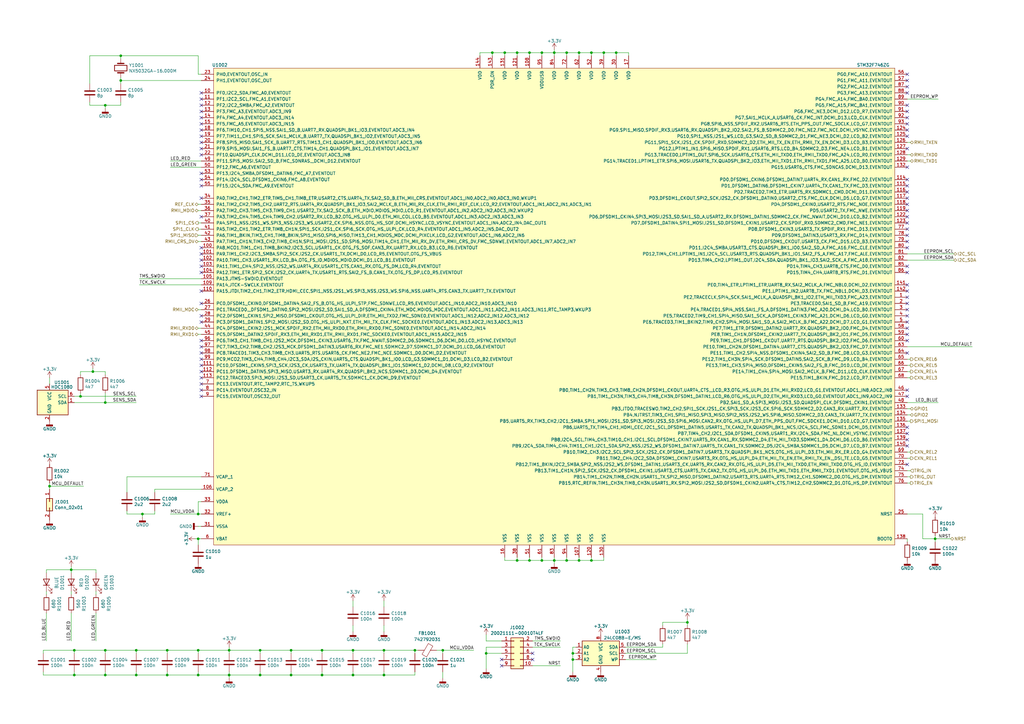
<source format=kicad_sch>
(kicad_sch (version 20230121) (generator eeschema)
  (paper "A3")
  (title_block (date "2023-07-12") (rev "1.1"))
  (junction (at 157.48 276.86))
  (junction (at 217.17 21.59))
  (junction (at 199.39 267.97))
  (junction (at 55.88 266.7))
  (junction (at 212.09 229.87))
  (junction (at 237.49 229.87))
  (junction (at 242.57 21.59))
  (junction (at 132.08 276.86))
  (junction (at 43.18 165.1))
  (junction (at 43.18 276.86))
  (junction (at 222.25 229.87))
  (junction (at 232.41 229.87))
  (junction (at 234.95 270.51))
  (junction (at 132.08 266.7))
  (junction (at 237.49 21.59))
  (junction (at 242.57 229.87))
  (junction (at 227.33 21.59))
  (junction (at 43.18 266.7))
  (junction (at 252.73 21.59))
  (junction (at 43.18 43.18))
  (junction (at 207.01 21.59))
  (junction (at 20.32 199.39))
  (junction (at 81.28 210.82))
  (junction (at 81.28 276.86))
  (junction (at 68.58 276.86))
  (junction (at 119.38 276.86))
  (junction (at 81.28 266.7))
  (junction (at 247.65 21.59))
  (junction (at 383.54 220.98))
  (junction (at 119.38 266.7))
  (junction (at 33.02 162.56))
  (junction (at 81.28 220.98))
  (junction (at 227.33 229.87))
  (junction (at 222.25 21.59))
  (junction (at 55.88 276.86))
  (junction (at 170.18 266.7))
  (junction (at 181.61 266.7))
  (junction (at 144.78 276.86))
  (junction (at 38.1 152.4))
  (junction (at 217.17 229.87))
  (junction (at 58.42 210.82))
  (junction (at 201.93 21.59))
  (junction (at 93.98 276.86))
  (junction (at 157.48 266.7))
  (junction (at 30.48 266.7))
  (junction (at 29.21 233.68))
  (junction (at 144.78 266.7))
  (junction (at 68.58 266.7))
  (junction (at 232.41 21.59))
  (junction (at 93.98 266.7))
  (junction (at 106.68 276.86))
  (junction (at 212.09 21.59))
  (junction (at 106.68 266.7))
  (junction (at 49.53 33.02))
  (junction (at 234.95 267.97))
  (junction (at 30.48 276.86))
  (junction (at 49.53 22.86))
  (junction (at 281.94 255.27))
  (no_connect (at 372.11 124.46))
  (no_connect (at 82.55 60.96))
  (no_connect (at 82.55 149.86))
  (no_connect (at 218.44 267.97))
  (no_connect (at 372.11 139.7))
  (no_connect (at 82.55 147.32))
  (no_connect (at 82.55 58.42))
  (no_connect (at 82.55 63.5))
  (no_connect (at 372.11 88.9))
  (no_connect (at 372.11 86.36))
  (no_connect (at 372.11 83.82))
  (no_connect (at 372.11 81.28))
  (no_connect (at 372.11 50.8))
  (no_connect (at 372.11 127))
  (no_connect (at 82.55 71.12))
  (no_connect (at 82.55 55.88))
  (no_connect (at 372.11 38.1))
  (no_connect (at 372.11 91.44))
  (no_connect (at 372.11 55.88))
  (no_connect (at 372.11 53.34))
  (no_connect (at 372.11 134.62))
  (no_connect (at 82.55 53.34))
  (no_connect (at 372.11 43.18))
  (no_connect (at 82.55 154.94))
  (no_connect (at 82.55 119.38))
  (no_connect (at 82.55 160.02))
  (no_connect (at 82.55 88.9))
  (no_connect (at 372.11 78.74))
  (no_connect (at 372.11 190.5))
  (no_connect (at 372.11 144.78))
  (no_connect (at 82.55 43.18))
  (no_connect (at 372.11 30.48))
  (no_connect (at 82.55 50.8))
  (no_connect (at 82.55 45.72))
  (no_connect (at 82.55 48.26))
  (no_connect (at 82.55 104.14))
  (no_connect (at 82.55 106.68))
  (no_connect (at 82.55 124.46))
  (no_connect (at 82.55 129.54))
  (no_connect (at 82.55 132.08))
  (no_connect (at 82.55 139.7))
  (no_connect (at 82.55 142.24))
  (no_connect (at 372.11 101.6))
  (no_connect (at 218.44 270.51))
  (no_connect (at 372.11 137.16))
  (no_connect (at 82.55 40.64))
  (no_connect (at 372.11 33.02))
  (no_connect (at 372.11 111.76))
  (no_connect (at 372.11 96.52))
  (no_connect (at 372.11 48.26))
  (no_connect (at 372.11 60.96))
  (no_connect (at 372.11 35.56))
  (no_connect (at 372.11 68.58))
  (no_connect (at 372.11 162.56))
  (no_connect (at 372.11 175.26))
  (no_connect (at 372.11 177.8))
  (no_connect (at 372.11 180.34))
  (no_connect (at 372.11 182.88))
  (no_connect (at 372.11 93.98))
  (no_connect (at 372.11 119.38))
  (no_connect (at 372.11 116.84))
  (no_connect (at 372.11 73.66))
  (no_connect (at 82.55 101.6))
  (no_connect (at 372.11 76.2))
  (no_connect (at 82.55 152.4))
  (no_connect (at 372.11 121.92))
  (no_connect (at 372.11 132.08))
  (no_connect (at 372.11 129.54))
  (no_connect (at 205.74 270.51))
  (no_connect (at 372.11 109.22))
  (no_connect (at 82.55 111.76))
  (no_connect (at 372.11 99.06))
  (no_connect (at 372.11 160.02))
  (no_connect (at 372.11 45.72))
  (no_connect (at 82.55 38.1))
  (no_connect (at 82.55 144.78))
  (no_connect (at 82.55 162.56))
  (no_connect (at 82.55 157.48))
  (no_connect (at 82.55 81.28))
  (no_connect (at 82.55 73.66))
  (no_connect (at 82.55 76.2))
  (no_connect (at 205.74 273.05))
  (no_connect (at 82.55 109.22))
  (wire (pts (xy 20.32 199.39) (xy 34.29 199.39)))
  (wire (pts (xy 234.95 267.97) (xy 234.95 270.51)))
  (wire (pts (xy 236.22 265.43) (xy 234.95 265.43)))
  (wire (pts (xy 82.55 200.66) (xy 63.5 200.66)))
  (wire (pts (xy 227.33 229.87) (xy 227.33 231.14)))
  (wire (pts (xy 236.22 267.97) (xy 234.95 267.97)))
  (wire (pts (xy 373.38 63.5) (xy 372.11 63.5)))
  (wire (pts (xy 68.58 267.97) (xy 68.58 266.7)))
  (wire (pts (xy 82.55 33.02) (xy 49.53 33.02)))
  (wire (pts (xy 19.05 251.46) (xy 19.05 262.89)))
  (wire (pts (xy 68.58 266.7) (xy 81.28 266.7)))
  (wire (pts (xy 82.55 127) (xy 81.28 127)))
  (wire (pts (xy 81.28 205.74) (xy 82.55 205.74)))
  (wire (pts (xy 237.49 22.86) (xy 237.49 21.59)))
  (wire (pts (xy 281.94 267.97) (xy 281.94 264.16)))
  (wire (pts (xy 30.48 162.56) (xy 33.02 162.56)))
  (wire (pts (xy 63.5 200.66) (xy 63.5 201.93)))
  (wire (pts (xy 227.33 228.6) (xy 227.33 229.87)))
  (wire (pts (xy 222.25 21.59) (xy 227.33 21.59)))
  (wire (pts (xy 144.78 248.92) (xy 144.78 246.38)))
  (wire (pts (xy 93.98 266.7) (xy 106.68 266.7)))
  (wire (pts (xy 372.11 165.1) (xy 384.81 165.1)))
  (wire (pts (xy 217.17 228.6) (xy 217.17 229.87)))
  (wire (pts (xy 33.02 162.56) (xy 33.02 161.29)))
  (wire (pts (xy 196.85 21.59) (xy 201.93 21.59)))
  (wire (pts (xy 43.18 165.1) (xy 43.18 161.29)))
  (wire (pts (xy 378.46 220.98) (xy 378.46 210.82)))
  (wire (pts (xy 234.95 270.51) (xy 236.22 270.51)))
  (wire (pts (xy 19.05 234.95) (xy 19.05 233.68)))
  (wire (pts (xy 43.18 275.59) (xy 43.18 276.86)))
  (wire (pts (xy 373.38 152.4) (xy 372.11 152.4)))
  (wire (pts (xy 372.11 154.94) (xy 373.38 154.94)))
  (wire (pts (xy 33.02 153.67) (xy 33.02 152.4)))
  (wire (pts (xy 29.21 233.68) (xy 39.37 233.68)))
  (wire (pts (xy 232.41 22.86) (xy 232.41 21.59)))
  (wire (pts (xy 30.48 267.97) (xy 30.48 266.7)))
  (wire (pts (xy 80.01 220.98) (xy 81.28 220.98)))
  (wire (pts (xy 81.28 22.86) (xy 81.28 30.48)))
  (wire (pts (xy 82.55 137.16) (xy 81.28 137.16)))
  (wire (pts (xy 157.48 259.08) (xy 157.48 256.54)))
  (wire (pts (xy 82.55 134.62) (xy 81.28 134.62)))
  (wire (pts (xy 81.28 22.86) (xy 49.53 22.86)))
  (wire (pts (xy 82.55 86.36) (xy 81.28 86.36)))
  (wire (pts (xy 36.83 43.18) (xy 43.18 43.18)))
  (wire (pts (xy 20.32 154.94) (xy 20.32 157.48)))
  (wire (pts (xy 372.11 170.18) (xy 373.38 170.18)))
  (wire (pts (xy 58.42 210.82) (xy 63.5 210.82)))
  (wire (pts (xy 247.65 22.86) (xy 247.65 21.59)))
  (wire (pts (xy 212.09 229.87) (xy 217.17 229.87)))
  (wire (pts (xy 82.55 99.06) (xy 81.28 99.06)))
  (wire (pts (xy 372.11 167.64) (xy 373.38 167.64)))
  (wire (pts (xy 247.65 21.59) (xy 252.73 21.59)))
  (wire (pts (xy 17.78 266.7) (xy 30.48 266.7)))
  (wire (pts (xy 58.42 212.09) (xy 58.42 210.82)))
  (wire (pts (xy 227.33 20.32) (xy 227.33 21.59)))
  (wire (pts (xy 81.28 267.97) (xy 81.28 266.7)))
  (wire (pts (xy 81.28 96.52) (xy 82.55 96.52)))
  (wire (pts (xy 242.57 228.6) (xy 242.57 229.87)))
  (wire (pts (xy 43.18 276.86) (xy 55.88 276.86)))
  (wire (pts (xy 30.48 276.86) (xy 43.18 276.86)))
  (wire (pts (xy 81.28 30.48) (xy 82.55 30.48)))
  (wire (pts (xy 132.08 275.59) (xy 132.08 276.86)))
  (wire (pts (xy 372.11 106.68) (xy 391.16 106.68)))
  (wire (pts (xy 39.37 242.57) (xy 39.37 243.84)))
  (wire (pts (xy 49.53 31.75) (xy 49.53 33.02)))
  (wire (pts (xy 222.25 228.6) (xy 222.25 229.87)))
  (wire (pts (xy 242.57 229.87) (xy 247.65 229.87)))
  (wire (pts (xy 81.28 220.98) (xy 82.55 220.98)))
  (wire (pts (xy 49.53 43.18) (xy 49.53 41.91)))
  (wire (pts (xy 199.39 267.97) (xy 199.39 265.43)))
  (wire (pts (xy 196.85 22.86) (xy 196.85 21.59)))
  (wire (pts (xy 52.07 210.82) (xy 58.42 210.82)))
  (wire (pts (xy 39.37 251.46) (xy 39.37 262.89)))
  (wire (pts (xy 212.09 22.86) (xy 212.09 21.59)))
  (wire (pts (xy 81.28 275.59) (xy 81.28 276.86)))
  (wire (pts (xy 29.21 251.46) (xy 29.21 262.89)))
  (wire (pts (xy 49.53 33.02) (xy 49.53 34.29)))
  (wire (pts (xy 232.41 229.87) (xy 237.49 229.87)))
  (wire (pts (xy 372.11 142.24) (xy 398.78 142.24)))
  (wire (pts (xy 217.17 22.86) (xy 217.17 21.59)))
  (wire (pts (xy 43.18 267.97) (xy 43.18 266.7)))
  (wire (pts (xy 170.18 266.7) (xy 171.45 266.7)))
  (wire (pts (xy 271.78 256.54) (xy 271.78 255.27)))
  (wire (pts (xy 52.07 195.58) (xy 82.55 195.58)))
  (wire (pts (xy 242.57 21.59) (xy 247.65 21.59)))
  (wire (pts (xy 383.54 220.98) (xy 378.46 220.98)))
  (wire (pts (xy 199.39 260.35) (xy 199.39 262.89)))
  (wire (pts (xy 170.18 266.7) (xy 157.48 266.7)))
  (wire (pts (xy 33.02 152.4) (xy 38.1 152.4)))
  (wire (pts (xy 81.28 276.86) (xy 93.98 276.86)))
  (wire (pts (xy 212.09 228.6) (xy 212.09 229.87)))
  (wire (pts (xy 372.11 149.86) (xy 373.38 149.86)))
  (wire (pts (xy 119.38 267.97) (xy 119.38 266.7)))
  (wire (pts (xy 81.28 93.98) (xy 82.55 93.98)))
  (wire (pts (xy 106.68 266.7) (xy 119.38 266.7)))
  (wire (pts (xy 17.78 276.86) (xy 30.48 276.86)))
  (wire (pts (xy 144.78 275.59) (xy 144.78 276.86)))
  (wire (pts (xy 372.11 104.14) (xy 391.16 104.14)))
  (wire (pts (xy 242.57 22.86) (xy 242.57 21.59)))
  (wire (pts (xy 63.5 210.82) (xy 63.5 209.55)))
  (wire (pts (xy 30.48 275.59) (xy 30.48 276.86)))
  (wire (pts (xy 43.18 165.1) (xy 55.88 165.1)))
  (wire (pts (xy 207.01 21.59) (xy 212.09 21.59)))
  (wire (pts (xy 372.11 147.32) (xy 373.38 147.32)))
  (wire (pts (xy 144.78 276.86) (xy 157.48 276.86)))
  (wire (pts (xy 119.38 276.86) (xy 132.08 276.86)))
  (wire (pts (xy 227.33 21.59) (xy 232.41 21.59)))
  (wire (pts (xy 157.48 248.92) (xy 157.48 246.38)))
  (wire (pts (xy 29.21 242.57) (xy 29.21 243.84)))
  (wire (pts (xy 383.54 220.98) (xy 383.54 222.25)))
  (wire (pts (xy 119.38 266.7) (xy 132.08 266.7)))
  (wire (pts (xy 119.38 275.59) (xy 119.38 276.86)))
  (wire (pts (xy 256.54 267.97) (xy 281.94 267.97)))
  (wire (pts (xy 157.48 266.7) (xy 157.48 267.97)))
  (wire (pts (xy 43.18 43.18) (xy 49.53 43.18)))
  (wire (pts (xy 252.73 22.86) (xy 252.73 21.59)))
  (wire (pts (xy 234.95 265.43) (xy 234.95 267.97)))
  (wire (pts (xy 256.54 265.43) (xy 271.78 265.43)))
  (wire (pts (xy 217.17 229.87) (xy 222.25 229.87)))
  (wire (pts (xy 218.44 262.89) (xy 229.87 262.89)))
  (wire (pts (xy 181.61 266.7) (xy 194.31 266.7)))
  (wire (pts (xy 93.98 275.59) (xy 93.98 276.86)))
  (wire (pts (xy 157.48 276.86) (xy 170.18 276.86)))
  (wire (pts (xy 199.39 274.32) (xy 199.39 267.97)))
  (wire (pts (xy 281.94 254) (xy 281.94 255.27)))
  (wire (pts (xy 106.68 276.86) (xy 119.38 276.86)))
  (wire (pts (xy 132.08 266.7) (xy 144.78 266.7)))
  (wire (pts (xy 199.39 265.43) (xy 205.74 265.43)))
  (wire (pts (xy 212.09 21.59) (xy 217.17 21.59)))
  (wire (pts (xy 207.01 229.87) (xy 212.09 229.87)))
  (wire (pts (xy 157.48 276.86) (xy 157.48 275.59)))
  (wire (pts (xy 201.93 22.86) (xy 201.93 21.59)))
  (wire (pts (xy 55.88 276.86) (xy 68.58 276.86)))
  (wire (pts (xy 222.25 229.87) (xy 227.33 229.87)))
  (wire (pts (xy 43.18 44.45) (xy 43.18 43.18)))
  (wire (pts (xy 30.48 165.1) (xy 43.18 165.1)))
  (wire (pts (xy 20.32 200.66) (xy 20.32 199.39)))
  (wire (pts (xy 373.38 187.96) (xy 372.11 187.96)))
  (wire (pts (xy 372.11 222.25) (xy 372.11 220.98)))
  (wire (pts (xy 207.01 22.86) (xy 207.01 21.59)))
  (wire (pts (xy 68.58 276.86) (xy 81.28 276.86)))
  (wire (pts (xy 43.18 266.7) (xy 55.88 266.7)))
  (wire (pts (xy 55.88 267.97) (xy 55.88 266.7)))
  (wire (pts (xy 20.32 199.39) (xy 20.32 198.12)))
  (wire (pts (xy 69.85 210.82) (xy 81.28 210.82)))
  (wire (pts (xy 271.78 265.43) (xy 271.78 264.16)))
  (wire (pts (xy 19.05 243.84) (xy 19.05 242.57)))
  (wire (pts (xy 372.11 193.04) (xy 373.38 193.04)))
  (wire (pts (xy 281.94 255.27) (xy 281.94 256.54)))
  (wire (pts (xy 144.78 259.08) (xy 144.78 256.54)))
  (wire (pts (xy 81.28 215.9) (xy 82.55 215.9)))
  (wire (pts (xy 81.28 223.52) (xy 81.28 220.98)))
  (wire (pts (xy 373.38 185.42) (xy 372.11 185.42)))
  (wire (pts (xy 106.68 267.97) (xy 106.68 266.7)))
  (wire (pts (xy 217.17 21.59) (xy 222.25 21.59)))
  (wire (pts (xy 49.53 22.86) (xy 36.83 22.86)))
  (wire (pts (xy 36.83 22.86) (xy 36.83 34.29)))
  (wire (pts (xy 181.61 266.7) (xy 181.61 267.97)))
  (wire (pts (xy 93.98 266.7) (xy 93.98 265.43)))
  (wire (pts (xy 52.07 209.55) (xy 52.07 210.82)))
  (wire (pts (xy 372.11 58.42) (xy 373.38 58.42)))
  (wire (pts (xy 57.15 114.3) (xy 82.55 114.3)))
  (wire (pts (xy 82.55 116.84) (xy 57.15 116.84)))
  (wire (pts (xy 256.54 270.51) (xy 269.24 270.51)))
  (wire (pts (xy 252.73 21.59) (xy 257.81 21.59)))
  (wire (pts (xy 43.18 152.4) (xy 43.18 153.67)))
  (wire (pts (xy 68.58 275.59) (xy 68.58 276.86)))
  (wire (pts (xy 181.61 278.13) (xy 181.61 275.59)))
  (wire (pts (xy 82.55 68.58) (xy 69.85 68.58)))
  (wire (pts (xy 52.07 195.58) (xy 52.07 201.93)))
  (wire (pts (xy 55.88 266.7) (xy 68.58 266.7)))
  (wire (pts (xy 205.74 267.97) (xy 199.39 267.97)))
  (wire (pts (xy 29.21 232.41) (xy 29.21 233.68)))
  (wire (pts (xy 237.49 21.59) (xy 242.57 21.59)))
  (wire (pts (xy 181.61 266.7) (xy 179.07 266.7)))
  (wire (pts (xy 106.68 275.59) (xy 106.68 276.86)))
  (wire (pts (xy 207.01 228.6) (xy 207.01 229.87)))
  (wire (pts (xy 237.49 228.6) (xy 237.49 229.87)))
  (wire (pts (xy 33.02 162.56) (xy 55.88 162.56)))
  (wire (pts (xy 93.98 278.13) (xy 93.98 276.86)))
  (wire (pts (xy 389.89 220.98) (xy 383.54 220.98)))
  (wire (pts (xy 49.53 24.13) (xy 49.53 22.86)))
  (wire (pts (xy 201.93 21.59) (xy 207.01 21.59)))
  (wire (pts (xy 132.08 267.97) (xy 132.08 266.7)))
  (wire (pts (xy 17.78 275.59) (xy 17.78 276.86)))
  (wire (pts (xy 218.44 265.43) (xy 229.87 265.43)))
  (wire (pts (xy 38.1 151.13) (xy 38.1 152.4)))
  (wire (pts (xy 132.08 276.86) (xy 144.78 276.86)))
  (wire (pts (xy 29.21 233.68) (xy 29.21 234.95)))
  (wire (pts (xy 372.11 172.72) (xy 373.38 172.72)))
  (wire (pts (xy 199.39 262.89) (xy 205.74 262.89)))
  (wire (pts (xy 36.83 41.91) (xy 36.83 43.18)))
  (wire (pts (xy 218.44 273.05) (xy 229.87 273.05)))
  (wire (pts (xy 378.46 210.82) (xy 372.11 210.82)))
  (wire (pts (xy 222.25 22.86) (xy 222.25 21.59)))
  (wire (pts (xy 232.41 21.59) (xy 237.49 21.59)))
  (wire (pts (xy 372.11 40.64) (xy 384.81 40.64)))
  (wire (pts (xy 170.18 267.97) (xy 170.18 266.7)))
  (wire (pts (xy 82.55 66.04) (xy 69.85 66.04)))
  (wire (pts (xy 19.05 233.68) (xy 29.21 233.68)))
  (wire (pts (xy 82.55 210.82) (xy 81.28 210.82)))
  (wire (pts (xy 81.28 210.82) (xy 81.28 205.74)))
  (wire (pts (xy 227.33 22.86) (xy 227.33 21.59)))
  (wire (pts (xy 30.48 266.7) (xy 43.18 266.7)))
  (wire (pts (xy 227.33 229.87) (xy 232.41 229.87)))
  (wire (pts (xy 82.55 83.82) (xy 81.28 83.82)))
  (wire (pts (xy 234.95 275.59) (xy 234.95 270.51)))
  (wire (pts (xy 93.98 267.97) (xy 93.98 266.7)))
  (wire (pts (xy 81.28 266.7) (xy 93.98 266.7)))
  (wire (pts (xy 144.78 266.7) (xy 157.48 266.7)))
  (wire (pts (xy 144.78 267.97) (xy 144.78 266.7)))
  (wire (pts (xy 81.28 91.44) (xy 82.55 91.44)))
  (wire (pts (xy 39.37 233.68) (xy 39.37 234.95)))
  (wire (pts (xy 170.18 276.86) (xy 170.18 275.59)))
  (wire (pts (xy 383.54 219.71) (xy 383.54 220.98)))
  (wire (pts (xy 372.11 195.58) (xy 373.38 195.58)))
  (wire (pts (xy 372.11 198.12) (xy 373.38 198.12)))
  (wire (pts (xy 232.41 228.6) (xy 232.41 229.87)))
  (wire (pts (xy 271.78 255.27) (xy 281.94 255.27)))
  (wire (pts (xy 237.49 229.87) (xy 242.57 229.87)))
  (wire (pts (xy 247.65 229.87) (xy 247.65 228.6)))
  (wire (pts (xy 38.1 152.4) (xy 43.18 152.4)))
  (wire (pts (xy 257.81 21.59) (xy 257.81 22.86)))
  (wire (pts (xy 17.78 267.97) (xy 17.78 266.7)))
  (wire (pts (xy 93.98 276.86) (xy 106.68 276.86)))
  (wire (pts (xy 372.11 66.04) (xy 373.38 66.04)))
  (wire (pts (xy 55.88 275.59) (xy 55.88 276.86)))
  (label "LED_RED" (at 29.21 262.89 90))
  (label "MCU_DEFAULT" (at 34.29 199.39 180))
  (label "MCU_VDDA" (at 69.85 210.82 0))
  (label "NRST" (at 389.89 220.98 180))
  (label "TCK_SWCLK" (at 57.15 116.84 0))
  (label "LED_RED" (at 69.85 66.04 0))
  (label "MCU_VDDA" (at 194.31 266.7 180))
  (label "NRST" (at 229.87 273.05 180))
  (label "TCK_SWCLK" (at 229.87 265.43 180))
  (label "MCU_DEFAULT" (at 398.78 142.24 180))
  (label "LED_BLUE" (at 19.05 262.89 90))
  (label "EEPROM_WP" (at 384.81 40.64 180))
  (label "LED_BLUE" (at 384.81 165.1 180))
  (label "EEPROM_SCL" (at 269.24 267.97 180))
  (label "EEPROM_SCL" (at 391.16 104.14 180))
  (label "EEPROM_WP" (at 269.24 270.51 180))
  (label "LED_GREEN" (at 39.37 262.89 90))
  (label "TMS_SWDIO" (at 229.87 262.89 180))
  (label "EEPROM_SDA" (at 269.24 265.43 180))
  (label "TMS_SWDIO" (at 57.15 114.3 0))
  (label "SENS_SCL" (at 55.88 162.56 180))
  (label "LED_GREEN" (at 69.85 68.58 0))
  (label "SENS_SDA" (at 55.88 165.1 180))
  (label "EEPROM_SDA" (at 391.16 106.68 180))
  (hierarchical_label "I2C_SDA" (shape bidirectional) (at 391.16 106.68 0))
  (hierarchical_label "RMII_MDIO" (shape bidirectional) (at 81.28 86.36 180))
  (hierarchical_label "RMII_TXD1" (shape bidirectional) (at 373.38 66.04 0))
  (hierarchical_label "GPIO2" (shape bidirectional) (at 373.38 170.18 0))
  (hierarchical_label "TRIG_IN" (shape input) (at 373.38 193.04 0))
  (hierarchical_label "RMII_RXD0" (shape bidirectional) (at 81.28 134.62 180))
  (hierarchical_label "SPI1_MISO" (shape input) (at 81.28 96.52 180))
  (hierarchical_label "CXN_REL2" (shape output) (at 373.38 185.42 0))
  (hierarchical_label "CXN_REL1" (shape output) (at 373.38 187.96 0))
  (hierarchical_label "SPI1_CS" (shape output) (at 81.28 91.44 180))
  (hierarchical_label "NRST" (shape bidirectional) (at 389.89 220.98 0))
  (hierarchical_label "SPI1_CLK" (shape output) (at 81.28 93.98 180))
  (hierarchical_label "CXN_REL5" (shape output) (at 373.38 149.86 0))
  (hierarchical_label "CXN_REL4" (shape output) (at 373.38 152.4 0))
  (hierarchical_label "REF_CLK" (shape bidirectional) (at 81.28 83.82 180))
  (hierarchical_label "RMII_MDC" (shape bidirectional) (at 81.28 127 180))
  (hierarchical_label "RMII_RXD1" (shape bidirectional) (at 81.28 137.16 180))
  (hierarchical_label "TRIG_EN" (shape output) (at 373.38 198.12 0))
  (hierarchical_label "TRIG_OUT" (shape output) (at 373.38 195.58 0))
  (hierarchical_label "GPIO1" (shape bidirectional) (at 373.38 167.64 0))
  (hierarchical_label "RMII_CRS_DV" (shape bidirectional) (at 81.28 99.06 180))
  (hierarchical_label "CXN_REL6" (shape output) (at 373.38 147.32 0))
  (hierarchical_label "CXN_REL3" (shape output) (at 373.38 154.94 0))
  (hierarchical_label "RMII_TXEN" (shape bidirectional) (at 373.38 58.42 0))
  (hierarchical_label "I2C_SCL" (shape bidirectional) (at 391.16 104.14 0))
  (hierarchical_label "RMII_TXD0" (shape bidirectional) (at 373.38 63.5 0))
  (hierarchical_label "SPI1_MOSI" (shape output) (at 373.38 172.72 0))
  (symbol (lib_id "Device:R") (at 39.37 247.65 180) (unit 1)
    (property "Reference" "R1005" (at 44.6278 247.65 90))
    (property "Value" "680" (at 42.3164 247.65 90))
    (property "Footprint" "Resistor_SMD:R_0603_1608Metric_Pad0.98x0.95mm_HandSolder" (effects hide))
    (instances (project "ETH1CSMU2" (path "" (reference "R1005") (unit 1))) (project "ETH1CFGEN1A" (path "" (reference "R205") (unit 1))))
  )
  (symbol (lib_id "power:GNDD") (at 43.18 44.45 0) (unit 1)
    (property "Reference" "#PWR01007" (effects hide))
    (property "Value" "GNDD" (at 43.18 47.625 0))
    (instances (project "ETH1CSMU2" (path "" (reference "#PWR01007") (unit 1))) (project "ETH1CFGEN1A" (path "" (reference "#PWR0207") (unit 1))))
  )
  (symbol (lib_id "Device:C") (at 36.83 38.1 0) (unit 1)
    (property "Reference" "C1003" (at 39.751 36.9316 0) (effects (justify left)))
    (property "Value" "8p" (at 39.751 39.243 0) (effects (justify left)))
    (property "Footprint" "Capacitor_SMD:C_0603_1608Metric_Pad1.08x0.95mm_HandSolder" (effects hide))
    (instances (project "ETH1CSMU2" (path "" (reference "C1003") (unit 1))) (project "ETH1CFGEN1A" (path "" (reference "C203") (unit 1))))
  )
  (symbol (lib_id "Device:C") (at 49.53 38.1 0) (unit 1)
    (property "Reference" "C1005" (at 52.451 36.9316 0) (effects (justify left)))
    (property "Value" "8p" (at 52.451 39.243 0) (effects (justify left)))
    (property "Footprint" "Capacitor_SMD:C_0603_1608Metric_Pad1.08x0.95mm_HandSolder" (effects hide))
    (instances (project "ETH1CSMU2" (path "" (reference "C1005") (unit 1))) (project "ETH1CFGEN1A" (path "" (reference "C205") (unit 1))))
  )
  (symbol (lib_id "Device:C") (at 119.38 271.78 0) (unit 1)
    (property "Reference" "C1014" (at 122.301 270.6116 0) (effects (justify left)))
    (property "Value" "100n" (at 122.301 272.923 0) (effects (justify left)))
    (property "Footprint" "Capacitor_SMD:C_0603_1608Metric_Pad1.08x0.95mm_HandSolder" (effects hide))
    (instances (project "ETH1CSMU2" (path "" (reference "C1014") (unit 1))) (project "ETH1CFGEN1A" (path "" (reference "C214") (unit 1))))
  )
  (symbol (lib_id "Device:R") (at 19.05 247.65 180) (unit 1)
    (property "Reference" "R1001" (at 24.3078 247.65 90))
    (property "Value" "680" (at 21.9964 247.65 90))
    (property "Footprint" "Resistor_SMD:R_0603_1608Metric_Pad0.98x0.95mm_HandSolder" (effects hide))
    (instances (project "ETH1CSMU2" (path "" (reference "R1001") (unit 1))) (project "ETH1CFGEN1A" (path "" (reference "R201") (unit 1))))
  )
  (symbol (lib_id "power:GNDD") (at 227.33 231.14 0) (unit 1)
    (property "Reference" "#PWR01022" (effects hide))
    (property "Value" "GNDD" (at 227.33 234.315 0))
    (instances (project "ETH1CSMU2" (path "" (reference "#PWR01022") (unit 1))) (project "ETH1CFGEN1A" (path "" (reference "#PWR0222") (unit 1))))
  )
  (symbol (lib_id "power:+3.3V") (at 227.33 20.32 0) (unit 1)
    (property "Reference" "#PWR01021" (effects hide))
    (property "Value" "+3.3V" (at 227.33 16.764 0))
    (instances (project "ETH1CSMU2" (path "" (reference "#PWR01021") (unit 1))) (project "ETH1CFGEN1A" (path "" (reference "#PWR0221") (unit 1))))
  )
  (symbol (lib_id "Device:C") (at 144.78 271.78 0) (unit 1)
    (property "Reference" "C1017" (at 147.701 270.6116 0) (effects (justify left)))
    (property "Value" "100n" (at 147.701 272.923 0) (effects (justify left)))
    (property "Footprint" "Capacitor_SMD:C_0603_1608Metric_Pad1.08x0.95mm_HandSolder" (effects hide))
    (instances (project "ETH1CSMU2" (path "" (reference "C1017") (unit 1))) (project "ETH1CFGEN1A" (path "" (reference "C217") (unit 1))))
  )
  (symbol (lib_id "Device:R") (at 43.18 157.48 0) (unit 1)
    (property "Reference" "R1006" (at 44.958 156.3116 0) (effects (justify left)))
    (property "Value" "4k7" (at 44.958 158.623 0) (effects (justify left)))
    (property "Footprint" "Resistor_SMD:R_0603_1608Metric_Pad0.98x0.95mm_HandSolder" (effects hide))
    (instances (project "ETH1CSMU2" (path "" (reference "R1006") (unit 1))) (project "ETH1CFGEN1A" (path "" (reference "R206") (unit 1))))
  )
  (symbol (lib_id "power:+3.3V") (at 246.38 260.35 0) (unit 1)
    (property "Reference" "#PWR01024" (effects hide))
    (property "Value" "+3.3V" (at 246.38 256.794 0))
    (instances (project "ETH1CSMU2" (path "" (reference "#PWR01024") (unit 1))) (project "ETH1CFGEN1A" (path "" (reference "#PWR0224") (unit 1))))
  )
  (symbol (lib_id "power:+3.3V") (at 281.94 254 0) (unit 1)
    (property "Reference" "#PWR01026" (effects hide))
    (property "Value" "+3.3V" (at 281.94 250.444 0))
    (instances (project "ETH1CSMU2" (path "" (reference "#PWR01026") (unit 1))) (project "ETH1CFGEN1A" (path "" (reference "#PWR0226") (unit 1))))
  )
  (symbol (lib_id "power:GNDD") (at 81.28 215.9 270) (unit 1)
    (property "Reference" "#PWR01010" (effects hide))
    (property "Value" "GNDD" (at 76.2 215.9 90))
    (instances (project "ETH1CSMU2" (path "" (reference "#PWR01010") (unit 1))) (project "ETH1CFGEN1A" (path "" (reference "#PWR0210") (unit 1))))
  )
  (symbol (lib_id "Device:C") (at 30.48 271.78 0) (unit 1)
    (property "Reference" "C1002" (at 33.401 270.6116 0) (effects (justify left)))
    (property "Value" "100n" (at 33.401 272.923 0) (effects (justify left)))
    (property "Footprint" "Capacitor_SMD:C_0603_1608Metric_Pad1.08x0.95mm_HandSolder" (effects hide))
    (instances (project "ETH1CSMU2" (path "" (reference "C1002") (unit 1))) (project "ETH1CFGEN1A" (path "" (reference "C202") (unit 1))))
  )
  (symbol (lib_id "Device:R") (at 281.94 260.35 0) (unit 1)
    (property "Reference" "R1008" (at 283.718 259.1816 0) (effects (justify left)))
    (property "Value" "4k7" (at 283.718 261.493 0) (effects (justify left)))
    (property "Footprint" "Resistor_SMD:R_0603_1608Metric_Pad0.98x0.95mm_HandSolder" (effects hide))
    (instances (project "ETH1CSMU2" (path "" (reference "R1008") (unit 1))) (project "ETH1CFGEN1A" (path "" (reference "R208") (unit 1))))
  )
  (symbol (lib_id "power:GNDD") (at 199.39 274.32 0) (unit 1)
    (property "Reference" "#PWR01020" (effects hide))
    (property "Value" "GNDD" (at 199.39 277.495 0))
    (instances (project "ETH1CSMU2" (path "" (reference "#PWR01020") (unit 1))) (project "ETH1CFGEN1A" (path "" (reference "#PWR0220") (unit 1))))
  )
  (symbol (lib_id "Device:C") (at 43.18 271.78 0) (unit 1)
    (property "Reference" "C1004" (at 46.101 270.6116 0) (effects (justify left)))
    (property "Value" "100n" (at 46.101 272.923 0) (effects (justify left)))
    (property "Footprint" "Capacitor_SMD:C_0603_1608Metric_Pad1.08x0.95mm_HandSolder" (effects hide))
    (instances (project "ETH1CSMU2" (path "" (reference "C1004") (unit 1))) (project "ETH1CFGEN1A" (path "" (reference "C204") (unit 1))))
  )
  (symbol (lib_id "power:GNDD") (at 93.98 278.13 0) (unit 1)
    (property "Reference" "#PWR01013" (effects hide))
    (property "Value" "GNDD" (at 93.98 281.305 0))
    (instances (project "ETH1CSMU2" (path "" (reference "#PWR01013") (unit 1))) (project "ETH1CFGEN1A" (path "" (reference "#PWR0213") (unit 1))))
  )
  (symbol (lib_id "power:+3.3V") (at 93.98 265.43 0) (unit 1)
    (property "Reference" "#PWR01012" (effects hide))
    (property "Value" "+3.3V" (at 93.98 261.874 0))
    (instances (project "ETH1CSMU2" (path "" (reference "#PWR01012") (unit 1))) (project "ETH1CFGEN1A" (path "" (reference "#PWR0212") (unit 1))))
  )
  (symbol (lib_id "power:GNDD") (at 383.54 229.87 0) (unit 1)
    (property "Reference" "#PWR01029" (effects hide))
    (property "Value" "GNDD" (at 383.54 233.045 0))
    (instances (project "ETH1CSMU2" (path "" (reference "#PWR01029") (unit 1))) (project "ETH1CFGEN1A" (path "" (reference "#PWR0229") (unit 1))))
  )
  (symbol (lib_id "Device:R") (at 372.11 226.06 0) (unit 1)
    (property "Reference" "R1009" (at 373.888 224.8916 0) (effects (justify left)))
    (property "Value" "10k" (at 373.888 227.203 0) (effects (justify left)))
    (property "Footprint" "Resistor_SMD:R_0603_1608Metric_Pad0.98x0.95mm_HandSolder" (effects hide))
    (instances (project "ETH1CSMU2" (path "" (reference "R1009") (unit 1))) (project "ETH1CFGEN1A" (path "" (reference "R209") (unit 1))))
  )
  (symbol (lib_id "Device:R") (at 271.78 260.35 0) (unit 1)
    (property "Reference" "R1007" (at 273.558 259.1816 0) (effects (justify left)))
    (property "Value" "4k7" (at 273.558 261.493 0) (effects (justify left)))
    (property "Footprint" "Resistor_SMD:R_0603_1608Metric_Pad0.98x0.95mm_HandSolder" (effects hide))
    (instances (project "ETH1CSMU2" (path "" (reference "R1007") (unit 1))) (project "ETH1CFGEN1A" (path "" (reference "R207") (unit 1))))
  )
  (symbol (lib_id "Device:Crystal") (at 49.53 27.94 270) (unit 1)
    (property "Reference" "Y1001" (at 52.8574 26.7716 90) (effects (justify left)))
    (property "Value" "NX5032GA-16.000M" (at 52.8574 29.083 90) (effects (justify left)))
    (instances (project "ETH1CSMU2" (path "" (reference "Y1001") (unit 1))) (project "ETH1CFGEN1A" (path "" (reference "Y201") (unit 1))))
  )
  (symbol (lib_id "power:GNDD") (at 20.32 213.36 0) (unit 1)
    (property "Reference" "#PWR01004" (effects hide))
    (property "Value" "GNDD" (at 20.32 216.535 0))
    (instances (project "ETH1CSMU2" (path "" (reference "#PWR01004") (unit 1))) (project "ETH1CFGEN1A" (path "" (reference "#PWR0204") (unit 1))))
  )
  (symbol (lib_id "Memory_EEPROM:24LC08") (at 246.38 267.97 0) (unit 1)
    (property "Reference" "U1003" (at 255.27 259.08 0))
    (property "Value" "24LC08B-E/MS" (at 255.27 261.62 0))
    (property "Datasheet" "http://ww1.microchip.com/downloads/en/DeviceDoc/21710J.pdf" (effects hide))
    (instances (project "ETH1CSMU2" (path "" (reference "U1003") (unit 1))) (project "ETH1CFGEN1A" (path "" (reference "U203") (unit 1))))
  )
  (symbol (lib_id "power:+3.3V") (at 20.32 190.5 0) (unit 1)
    (property "Reference" "#PWR01003" (effects hide))
    (property "Value" "+3.3V" (at 20.32 186.944 0))
    (instances (project "ETH1CSMU2" (path "" (reference "#PWR01003") (unit 1))) (project "ETH1CFGEN1A" (path "" (reference "#PWR0203") (unit 1))))
  )
  (symbol (lib_id "Device:C") (at 170.18 271.78 0) (unit 1)
    (property "Reference" "C1020" (at 173.101 270.6116 0) (effects (justify left)))
    (property "Value" "100n" (at 173.101 272.923 0) (effects (justify left)))
    (property "Footprint" "Capacitor_SMD:C_0603_1608Metric_Pad1.08x0.95mm_HandSolder" (effects hide))
    (instances (project "ETH1CSMU2" (path "" (reference "C1020") (unit 1))) (project "ETH1CFGEN1A" (path "" (reference "C220") (unit 1))))
  )
  (symbol (lib_id "power:+3.3V") (at 80.01 220.98 90) (unit 1)
    (property "Reference" "#PWR01009" (effects hide))
    (property "Value" "+3.3V" (at 76.454 220.98 0))
    (instances (project "ETH1CSMU2" (path "" (reference "#PWR01009") (unit 1))) (project "ETH1CFGEN1A" (path "" (reference "#PWR0209") (unit 1))))
  )
  (symbol (lib_id "Device:C") (at 157.48 271.78 0) (unit 1)
    (property "Reference" "C1019" (at 160.401 270.6116 0) (effects (justify left)))
    (property "Value" "100n" (at 160.401 272.923 0) (effects (justify left)))
    (property "Footprint" "Capacitor_SMD:C_0603_1608Metric_Pad1.08x0.95mm_HandSolder" (effects hide))
    (instances (project "ETH1CSMU2" (path "" (reference "C1019") (unit 1))) (project "ETH1CFGEN1A" (path "" (reference "C219") (unit 1))))
  )
  (symbol (lib_id "power:+3.3V") (at 38.1 151.13 0) (unit 1)
    (property "Reference" "#PWR01006" (effects hide))
    (property "Value" "+3.3V" (at 38.1 147.574 0))
    (instances (project "ETH1CSMU2" (path "" (reference "#PWR01006") (unit 1))) (project "ETH1CFGEN1A" (path "" (reference "#PWR0206") (unit 1))))
  )
  (symbol (lib_id "Device:C") (at 52.07 205.74 0) (unit 1)
    (property "Reference" "C1006" (at 54.991 204.5716 0) (effects (justify left)))
    (property "Value" "2u2" (at 54.991 206.883 0) (effects (justify left)))
    (instances (project "ETH1CSMU2" (path "" (reference "C1006") (unit 1))) (project "ETH1CFGEN1A" (path "" (reference "C206") (unit 1))))
  )
  (symbol (lib_id "Device:FerriteBead") (at 175.26 266.7 270) (unit 1)
    (property "Reference" "FB1001" (at 175.26 259.715 90))
    (property "Value" "742792031" (at 175.26 262.255 90))
    (instances (project "ETH1CSMU2" (path "" (reference "FB1001") (unit 1))) (project "ETH1CFGEN1A" (path "" (reference "FB201") (unit 1))))
  )
  (symbol (lib_id "power:GNDD") (at 157.48 259.08 0) (unit 1)
    (property "Reference" "#PWR01017" (effects hide))
    (property "Value" "GNDD" (at 157.48 262.255 0))
    (instances (project "ETH1CSMU2" (path "" (reference "#PWR01017") (unit 1))) (project "ETH1CFGEN1A" (path "" (reference "#PWR0217") (unit 1))))
  )
  (symbol (lib_id "power:GNDD") (at 81.28 231.14 0) (unit 1)
    (property "Reference" "#PWR01011" (effects hide))
    (property "Value" "GNDD" (at 81.28 234.315 0))
    (instances (project "ETH1CSMU2" (path "" (reference "#PWR01011") (unit 1))) (project "ETH1CFGEN1A" (path "" (reference "#PWR0211") (unit 1))))
  )
  (symbol (lib_id "Device:LED") (at 29.21 238.76 90) (unit 1)
    (property "Reference" "D1002" (at 35.687 238.9378 0))
    (property "Value" "RED" (at 33.3756 238.9378 0))
    (property "Footprint" "LED_SMD:LED_0603_1608Metric_Pad1.05x0.95mm_HandSolder" (effects hide))
    (instances (project "ETH1CSMU2" (path "" (reference "D1002") (unit 1))) (project "ETH1CFGEN1A" (path "" (reference "D202") (unit 1))))
  )
  (symbol (lib_id "Device:R") (at 29.21 247.65 180) (unit 1)
    (property "Reference" "R1003" (at 34.4678 247.65 90))
    (property "Value" "560" (at 32.1564 247.65 90))
    (property "Footprint" "Resistor_SMD:R_0603_1608Metric_Pad0.98x0.95mm_HandSolder" (effects hide))
    (instances (project "ETH1CSMU2" (path "" (reference "R1003") (unit 1))) (project "ETH1CFGEN1A" (path "" (reference "R203") (unit 1))))
  )
  (symbol (lib_id "Device:C") (at 132.08 271.78 0) (unit 1)
    (property "Reference" "C1015" (at 135.001 270.6116 0) (effects (justify left)))
    (property "Value" "100n" (at 135.001 272.923 0) (effects (justify left)))
    (property "Footprint" "Capacitor_SMD:C_0603_1608Metric_Pad1.08x0.95mm_HandSolder" (effects hide))
    (instances (project "ETH1CSMU2" (path "" (reference "C1015") (unit 1))) (project "ETH1CFGEN1A" (path "" (reference "C215") (unit 1))))
  )
  (symbol (lib_id "power:+3.3V") (at 157.48 246.38 0) (unit 1)
    (property "Reference" "#PWR01016" (effects hide))
    (property "Value" "+3.3V" (at 157.48 242.824 0))
    (instances (project "ETH1CSMU2" (path "" (reference "#PWR01016") (unit 1))) (project "ETH1CFGEN1A" (path "" (reference "#PWR0216") (unit 1))))
  )
  (symbol (lib_id "power:GNDD") (at 181.61 278.13 0) (unit 1)
    (property "Reference" "#PWR01018" (effects hide))
    (property "Value" "GNDD" (at 181.61 281.305 0))
    (instances (project "ETH1CSMU2" (path "" (reference "#PWR01018") (unit 1))) (project "ETH1CFGEN1A" (path "" (reference "#PWR0218") (unit 1))))
  )
  (symbol (lib_id "Device:LED") (at 19.05 238.76 90) (unit 1)
    (property "Reference" "D1001" (at 25.527 238.9378 0))
    (property "Value" "BLUE" (at 23.2156 238.9378 0))
    (property "Footprint" "LED_SMD:LED_0603_1608Metric_Pad1.05x0.95mm_HandSolder" (effects hide))
    (instances (project "ETH1CSMU2" (path "" (reference "D1001") (unit 1))) (project "ETH1CFGEN1A" (path "" (reference "D201") (unit 1))))
  )
  (symbol (lib_id "Device:C") (at 144.78 252.73 0) (unit 1)
    (property "Reference" "C1016" (at 147.701 251.5616 0) (effects (justify left)))
    (property "Value" "100n" (at 147.701 253.873 0) (effects (justify left)))
    (property "Footprint" "Capacitor_SMD:C_0603_1608Metric_Pad1.08x0.95mm_HandSolder" (effects hide))
    (instances (project "ETH1CSMU2" (path "" (reference "C1016") (unit 1))) (project "ETH1CFGEN1A" (path "" (reference "C216") (unit 1))))
  )
  (symbol (lib_id "Sensor_Humidity:HDC1080") (at 22.86 165.1 0) (unit 1)
    (property "Reference" "U1001" (at 25.4 156.845 0))
    (property "Value" "HDC1080" (at 25.4 158.75 0))
    (property "Footprint" "Package_SON:Texas_PWSON-N6" (effects hide))
    (property "Datasheet" "http://www.ti.com/lit/ds/symlink/hdc1080.pdf" (effects hide))
    (instances (project "ETH1CSMU2" (path "" (reference "U1001") (unit 1))) (project "ETH1CFGEN1A" (path "" (reference "U201") (unit 1))))
  )
  (symbol (lib_id "power:GNDD") (at 20.32 172.72 0) (unit 1)
    (property "Reference" "#PWR01002" (effects hide))
    (property "Value" "GNDD" (at 20.32 175.895 0))
    (instances (project "ETH1CSMU2" (path "" (reference "#PWR01002") (unit 1))) (project "ETH1CFGEN1A" (path "" (reference "#PWR0202") (unit 1))))
  )
  (symbol (lib_id "power:+3.3V") (at 383.54 212.09 0) (unit 1)
    (property "Reference" "#PWR01028" (effects hide))
    (property "Value" "+3.3V" (at 383.54 208.534 0))
    (instances (project "ETH1CSMU2" (path "" (reference "#PWR01028") (unit 1))) (project "ETH1CFGEN1A" (path "" (reference "#PWR0228") (unit 1))))
  )
  (symbol (lib_id "power:GNDD") (at 144.78 259.08 0) (unit 1)
    (property "Reference" "#PWR01015" (effects hide))
    (property "Value" "GNDD" (at 144.78 262.255 0))
    (instances (project "ETH1CSMU2" (path "" (reference "#PWR01015") (unit 1))) (project "ETH1CFGEN1A" (path "" (reference "#PWR0215") (unit 1))))
  )
  (symbol (lib_id "power:+3.3V") (at 20.32 154.94 0) (unit 1)
    (property "Reference" "#PWR01001" (effects hide))
    (property "Value" "+3.3V" (at 20.32 151.384 0))
    (instances (project "ETH1CSMU2" (path "" (reference "#PWR01001") (unit 1))) (project "ETH1CFGEN1A" (path "" (reference "#PWR0201") (unit 1))))
  )
  (symbol (lib_id "power:+3.3V") (at 199.39 260.35 0) (unit 1)
    (property "Reference" "#PWR01019" (effects hide))
    (property "Value" "+3.3V" (at 199.39 256.794 0))
    (instances (project "ETH1CSMU2" (path "" (reference "#PWR01019") (unit 1))) (project "ETH1CFGEN1A" (path "" (reference "#PWR0219") (unit 1))))
  )
  (symbol (lib_id "ETH1CFGEN1:STM32F746ZG") (at 227.33 125.73 0) (unit 1)
    (property "Reference" "U1002" (at 90.17 26.67 0))
    (property "Value" "STM32F746ZG" (at 358.14 26.67 0))
    (instances (project "ETH1CSMU2" (path "" (reference "U1002") (unit 1))) (project "ETH1CFGEN1A" (path "" (reference "U202") (unit 1))))
  )
  (symbol (lib_id "power:GNDD") (at 246.38 275.59 0) (unit 1)
    (property "Reference" "#PWR01025" (effects hide))
    (property "Value" "GNDD" (at 246.38 278.765 0))
    (instances (project "ETH1CSMU2" (path "" (reference "#PWR01025") (unit 1))) (project "ETH1CFGEN1A" (path "" (reference "#PWR0225") (unit 1))))
  )
  (symbol (lib_id "Device:C") (at 81.28 271.78 0) (unit 1)
    (property "Reference" "C1011" (at 84.201 270.6116 0) (effects (justify left)))
    (property "Value" "100n" (at 84.201 272.923 0) (effects (justify left)))
    (property "Footprint" "Capacitor_SMD:C_0603_1608Metric_Pad1.08x0.95mm_HandSolder" (effects hide))
    (instances (project "ETH1CSMU2" (path "" (reference "C1011") (unit 1))) (project "ETH1CFGEN1A" (path "" (reference "C211") (unit 1))))
  )
  (symbol (lib_id "Device:R") (at 33.02 157.48 0) (unit 1)
    (property "Reference" "R1004" (at 34.798 156.3116 0) (effects (justify left)))
    (property "Value" "4k7" (at 34.798 158.623 0) (effects (justify left)))
    (property "Footprint" "Resistor_SMD:R_0603_1608Metric_Pad0.98x0.95mm_HandSolder" (effects hide))
    (instances (project "ETH1CSMU2" (path "" (reference "R1004") (unit 1))) (project "ETH1CFGEN1A" (path "" (reference "R204") (unit 1))))
  )
  (symbol (lib_id "power:GNDD") (at 234.95 275.59 0) (unit 1)
    (property "Reference" "#PWR01023" (effects hide))
    (property "Value" "GNDD" (at 234.95 278.765 0))
    (instances (project "ETH1CSMU2" (path "" (reference "#PWR01023") (unit 1))) (project "ETH1CFGEN1A" (path "" (reference "#PWR0223") (unit 1))))
  )
  (symbol (lib_id "Device:C") (at 383.54 226.06 0) (unit 1)
    (property "Reference" "C1022" (at 386.461 224.8916 0) (effects (justify left)))
    (property "Value" "100n" (at 386.461 227.203 0) (effects (justify left)))
    (property "Footprint" "Capacitor_SMD:C_0603_1608Metric_Pad1.08x0.95mm_HandSolder" (effects hide))
    (instances (project "ETH1CSMU2" (path "" (reference "C1022") (unit 1))) (project "ETH1CFGEN1A" (path "" (reference "C222") (unit 1))))
  )
  (symbol (lib_id "Device:C") (at 93.98 271.78 0) (unit 1)
    (property "Reference" "C1012" (at 96.901 270.6116 0) (effects (justify left)))
    (property "Value" "100n" (at 96.901 272.923 0) (effects (justify left)))
    (property "Footprint" "Capacitor_SMD:C_0603_1608Metric_Pad1.08x0.95mm_HandSolder" (effects hide))
    (instances (project "ETH1CSMU2" (path "" (reference "C1012") (unit 1))) (project "ETH1CFGEN1A" (path "" (reference "C212") (unit 1))))
  )
  (symbol (lib_id "Device:C") (at 68.58 271.78 0) (unit 1)
    (property "Reference" "C1009" (at 71.501 270.6116 0) (effects (justify left)))
    (property "Value" "100n" (at 71.501 272.923 0) (effects (justify left)))
    (property "Footprint" "Capacitor_SMD:C_0603_1608Metric_Pad1.08x0.95mm_HandSolder" (effects hide))
    (instances (project "ETH1CSMU2" (path "" (reference "C1009") (unit 1))) (project "ETH1CFGEN1A" (path "" (reference "C209") (unit 1))))
  )
  (symbol (lib_id "Device:C") (at 81.28 227.33 0) (unit 1)
    (property "Reference" "C1010" (at 84.201 226.1616 0) (effects (justify left)))
    (property "Value" "1u" (at 84.201 228.473 0) (effects (justify left)))
    (instances (project "ETH1CSMU2" (path "" (reference "C1010") (unit 1))) (project "ETH1CFGEN1A" (path "" (reference "C210") (unit 1))))
  )
  (symbol (lib_id "power:GNDD") (at 58.42 212.09 0) (unit 1)
    (property "Reference" "#PWR01008" (effects hide))
    (property "Value" "GNDD" (at 58.42 215.265 0))
    (instances (project "ETH1CSMU2" (path "" (reference "#PWR01008") (unit 1))) (project "ETH1CFGEN1A" (path "" (reference "#PWR0208") (unit 1))))
  )
  (symbol (lib_id "Device:R") (at 383.54 215.9 0) (unit 1)
    (property "Reference" "R1010" (at 385.318 214.7316 0) (effects (justify left)))
    (property "Value" "10k" (at 385.318 217.043 0) (effects (justify left)))
    (property "Footprint" "Resistor_SMD:R_0603_1608Metric_Pad0.98x0.95mm_HandSolder" (effects hide))
    (instances (project "ETH1CSMU2" (path "" (reference "R1010") (unit 1))) (project "ETH1CFGEN1A" (path "" (reference "R210") (unit 1))))
  )
  (symbol (lib_id "Device:C") (at 181.61 271.78 0) (unit 1)
    (property "Reference" "C1021" (at 184.531 270.6116 0) (effects (justify left)))
    (property "Value" "1u" (at 184.531 272.923 0) (effects (justify left)))
    (instances (project "ETH1CSMU2" (path "" (reference "C1021") (unit 1))) (project "ETH1CFGEN1A" (path "" (reference "C221") (unit 1))))
  )
  (symbol (lib_id "Device:C") (at 157.48 252.73 0) (unit 1)
    (property "Reference" "C1018" (at 160.401 251.5616 0) (effects (justify left)))
    (property "Value" "100n" (at 160.401 253.873 0) (effects (justify left)))
    (property "Footprint" "Capacitor_SMD:C_0603_1608Metric_Pad1.08x0.95mm_HandSolder" (effects hide))
    (instances (project "ETH1CSMU2" (path "" (reference "C1018") (unit 1))) (project "ETH1CFGEN1A" (path "" (reference "C218") (unit 1))))
  )
  (symbol (lib_id "power:+3.3V") (at 29.21 232.41 0) (unit 1)
    (property "Reference" "#PWR01014" (effects hide))
    (property "Value" "+3.3V" (at 29.21 228.854 0))
    (instances (project "ETH1CSMU2" (path "" (reference "#PWR01014") (unit 1))) (project "ETH1CFGEN1A" (path "" (reference "#PWR0205") (unit 1))))
  )
  (symbol (lib_id "Device:C") (at 17.78 271.78 0) (unit 1)
    (property "Reference" "C1001" (at 20.701 270.6116 0) (effects (justify left)))
    (property "Value" "100n" (at 20.701 272.923 0) (effects (justify left)))
    (property "Footprint" "Capacitor_SMD:C_0603_1608Metric_Pad1.08x0.95mm_HandSolder" (effects hide))
    (instances (project "ETH1CSMU2" (path "" (reference "C1001") (unit 1))) (project "ETH1CFGEN1A" (path "" (reference "C201") (unit 1))))
  )
  (symbol (lib_id "Connector_Generic:Conn_02x05_Odd_Even") (at 210.82 267.97 0) (unit 1)
    (property "Reference" "J1002" (at 212.09 257.3782 0))
    (property "Value" "20021111-00010T4LF" (at 212.09 259.6896 0))
    (instances (project "ETH1CSMU2" (path "" (reference "J1002") (unit 1))) (project "ETH1CFGEN1A" (path "" (reference "J202") (unit 1))))
  )
  (symbol (lib_id "Device:C") (at 106.68 271.78 0) (unit 1)
    (property "Reference" "C1013" (at 109.601 270.6116 0) (effects (justify left)))
    (property "Value" "100n" (at 109.601 272.923 0) (effects (justify left)))
    (property "Footprint" "Capacitor_SMD:C_0603_1608Metric_Pad1.08x0.95mm_HandSolder" (effects hide))
    (instances (project "ETH1CSMU2" (path "" (reference "C1013") (unit 1))) (project "ETH1CFGEN1A" (path "" (reference "C213") (unit 1))))
  )
  (symbol (lib_id "Device:C") (at 55.88 271.78 0) (unit 1)
    (property "Reference" "C1007" (at 58.801 270.6116 0) (effects (justify left)))
    (property "Value" "100n" (at 58.801 272.923 0) (effects (justify left)))
    (property "Footprint" "Capacitor_SMD:C_0603_1608Metric_Pad1.08x0.95mm_HandSolder" (effects hide))
    (instances (project "ETH1CSMU2" (path "" (reference "C1007") (unit 1))) (project "ETH1CFGEN1A" (path "" (reference "C207") (unit 1))))
  )
  (symbol (lib_id "power:+3.3V") (at 144.78 246.38 0) (unit 1)
    (property "Reference" "#PWR01014" (effects hide))
    (property "Value" "+3.3V" (at 144.78 242.824 0))
    (instances (project "ETH1CSMU2" (path "" (reference "#PWR01014") (unit 1))) (project "ETH1CFGEN1A" (path "" (reference "#PWR0214") (unit 1))))
  )
  (symbol (lib_id "Device:LED") (at 39.37 238.76 90) (unit 1)
    (property "Reference" "D1003" (at 45.847 238.9378 0))
    (property "Value" "GREEN" (at 43.5356 238.9378 0))
    (property "Footprint" "LED_SMD:LED_0603_1608Metric_Pad1.05x0.95mm_HandSolder" (effects hide))
    (instances (project "ETH1CSMU2" (path "" (reference "D1003") (unit 1))) (project "ETH1CFGEN1A" (path "" (reference "D203") (unit 1))))
  )
  (symbol (lib_id "power:GNDD") (at 372.11 229.87 0) (unit 1)
    (property "Reference" "#PWR01027" (effects hide))
    (property "Value" "GNDD" (at 372.11 233.045 0))
    (instances (project "ETH1CSMU2" (path "" (reference "#PWR01027") (unit 1))) (project "ETH1CFGEN1A" (path "" (reference "#PWR0227") (unit 1))))
  )
  (symbol (lib_id "Device:C") (at 63.5 205.74 0) (unit 1)
    (property "Reference" "C1008" (at 66.421 204.5716 0) (effects (justify left)))
    (property "Value" "2u2" (at 66.421 206.883 0) (effects (justify left)))
    (instances (project "ETH1CSMU2" (path "" (reference "C1008") (unit 1))) (project "ETH1CFGEN1A" (path "" (reference "C208") (unit 1))))
  )
  (symbol (lib_id "Connector_Generic:Conn_02x01") (at 20.32 205.74 270) (unit 1)
    (property "Reference" "J1001" (at 22.352 205.8416 90) (effects (justify left)))
    (property "Value" "Conn_02x01" (at 22.352 208.153 90) (effects (justify left)))
    (instances (project "ETH1CSMU2" (path "" (reference "J1001") (unit 1))) (project "ETH1CFGEN1A" (path "" (reference "J201") (unit 1))))
  )
  (symbol (lib_id "Device:R") (at 20.32 194.31 180) (unit 1)
    (property "Reference" "R1002" (at 22.098 193.1416 0) (effects (justify right)))
    (property "Value" "10k" (at 22.098 195.453 0) (effects (justify right)))
    (property "Footprint" "Resistor_SMD:R_0603_1608Metric_Pad0.98x0.95mm_HandSolder" (effects hide))
    (instances (project "ETH1CSMU2" (path "" (reference "R1002") (unit 1))) (project "ETH1CFGEN1A" (path "" (reference "R202") (unit 1))))
  )
)
</source>
